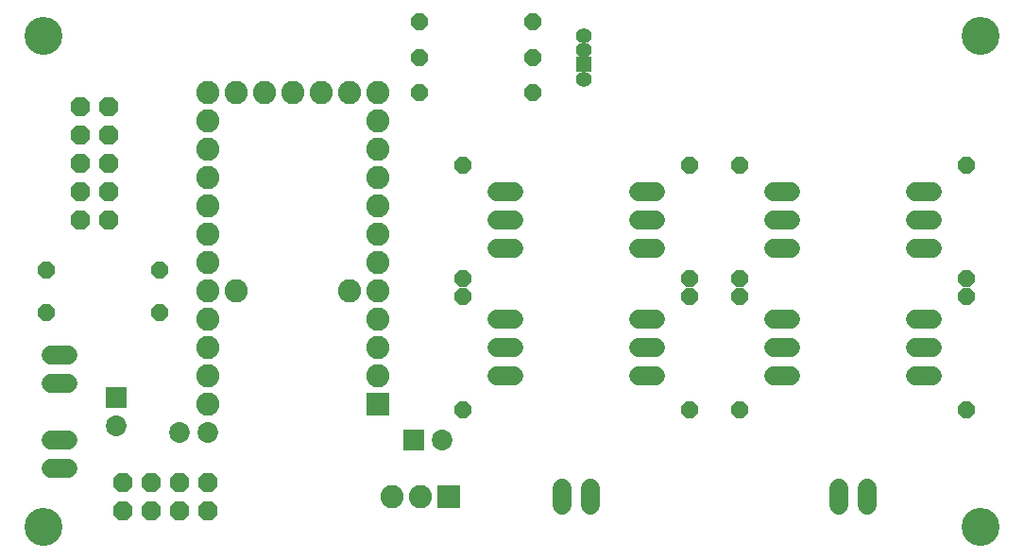
<source format=gts>
G75*
%MOIN*%
%OFA0B0*%
%FSLAX25Y25*%
%IPPOS*%
%LPD*%
%AMOC8*
5,1,8,0,0,1.08239X$1,22.5*
%
%ADD10C,0.13398*%
%ADD11C,0.06800*%
%ADD12OC8,0.06000*%
%ADD13R,0.08200X0.08200*%
%ADD14C,0.08200*%
%ADD15OC8,0.06800*%
%ADD16C,0.07300*%
%ADD17R,0.07300X0.07300*%
%ADD18R,0.05556X0.05556*%
%ADD19C,0.05556*%
D10*
X0013611Y0014811D03*
X0013611Y0188039D03*
X0344320Y0188039D03*
X0344320Y0014811D03*
D11*
X0304300Y0022500D02*
X0304300Y0028500D01*
X0294300Y0028500D02*
X0294300Y0022500D01*
X0277300Y0068000D02*
X0271300Y0068000D01*
X0271300Y0078000D02*
X0277300Y0078000D01*
X0277300Y0088000D02*
X0271300Y0088000D01*
X0229800Y0088000D02*
X0223800Y0088000D01*
X0223800Y0078000D02*
X0229800Y0078000D01*
X0229800Y0068000D02*
X0223800Y0068000D01*
X0179800Y0068000D02*
X0173800Y0068000D01*
X0173800Y0078000D02*
X0179800Y0078000D01*
X0179800Y0088000D02*
X0173800Y0088000D01*
X0173800Y0113000D02*
X0179800Y0113000D01*
X0179800Y0123000D02*
X0173800Y0123000D01*
X0173800Y0133000D02*
X0179800Y0133000D01*
X0223800Y0133000D02*
X0229800Y0133000D01*
X0229800Y0123000D02*
X0223800Y0123000D01*
X0223800Y0113000D02*
X0229800Y0113000D01*
X0271300Y0113000D02*
X0277300Y0113000D01*
X0277300Y0123000D02*
X0271300Y0123000D01*
X0271300Y0133000D02*
X0277300Y0133000D01*
X0321300Y0133000D02*
X0327300Y0133000D01*
X0327300Y0123000D02*
X0321300Y0123000D01*
X0321300Y0113000D02*
X0327300Y0113000D01*
X0327300Y0088000D02*
X0321300Y0088000D01*
X0321300Y0078000D02*
X0327300Y0078000D01*
X0327300Y0068000D02*
X0321300Y0068000D01*
X0206800Y0028500D02*
X0206800Y0022500D01*
X0196800Y0022500D02*
X0196800Y0028500D01*
X0022300Y0035500D02*
X0016300Y0035500D01*
X0016300Y0045500D02*
X0022300Y0045500D01*
X0022300Y0065500D02*
X0016300Y0065500D01*
X0016300Y0075500D02*
X0022300Y0075500D01*
D12*
X0014800Y0090500D03*
X0014800Y0105500D03*
X0054800Y0105500D03*
X0054800Y0090500D03*
X0161800Y0096000D03*
X0161800Y0102500D03*
X0161800Y0142500D03*
X0146300Y0168000D03*
X0146300Y0180500D03*
X0146300Y0193000D03*
X0186300Y0193000D03*
X0186300Y0180500D03*
X0186300Y0168000D03*
X0241800Y0142500D03*
X0259300Y0142500D03*
X0259300Y0102500D03*
X0259300Y0096000D03*
X0241800Y0096000D03*
X0241800Y0102500D03*
X0241800Y0056000D03*
X0259300Y0056000D03*
X0339300Y0056000D03*
X0339300Y0096000D03*
X0339300Y0102500D03*
X0339300Y0142500D03*
X0161800Y0056000D03*
D13*
X0131800Y0058000D03*
X0156800Y0025500D03*
D14*
X0146800Y0025500D03*
X0136800Y0025500D03*
X0071800Y0058000D03*
X0071800Y0068000D03*
X0071800Y0078000D03*
X0071800Y0088000D03*
X0071800Y0098000D03*
X0081800Y0098000D03*
X0071800Y0108000D03*
X0071800Y0118000D03*
X0071800Y0128000D03*
X0071800Y0138000D03*
X0071800Y0148000D03*
X0071800Y0158000D03*
X0071800Y0168000D03*
X0081800Y0168000D03*
X0091800Y0168000D03*
X0101800Y0168000D03*
X0111800Y0168000D03*
X0121800Y0168000D03*
X0131800Y0168000D03*
X0131800Y0158000D03*
X0131800Y0148000D03*
X0131800Y0138000D03*
X0131800Y0128000D03*
X0131800Y0118000D03*
X0131800Y0108000D03*
X0131800Y0098000D03*
X0121800Y0098000D03*
X0131800Y0088000D03*
X0131800Y0078000D03*
X0131800Y0068000D03*
D15*
X0071800Y0030500D03*
X0061800Y0030500D03*
X0051800Y0030500D03*
X0041800Y0030500D03*
X0041800Y0020500D03*
X0051800Y0020500D03*
X0061800Y0020500D03*
X0071800Y0020500D03*
X0036800Y0123000D03*
X0026800Y0123000D03*
X0026800Y0133000D03*
X0036800Y0133000D03*
X0036800Y0143000D03*
X0026800Y0143000D03*
X0026800Y0153000D03*
X0036800Y0153000D03*
X0036800Y0163000D03*
X0026800Y0163000D03*
D16*
X0039300Y0050500D03*
X0061800Y0048000D03*
X0071800Y0048000D03*
X0154300Y0045500D03*
D17*
X0144300Y0045500D03*
X0039300Y0060500D03*
D18*
X0204300Y0177941D03*
D19*
X0204300Y0172823D03*
X0204300Y0183059D03*
X0204300Y0188177D03*
M02*

</source>
